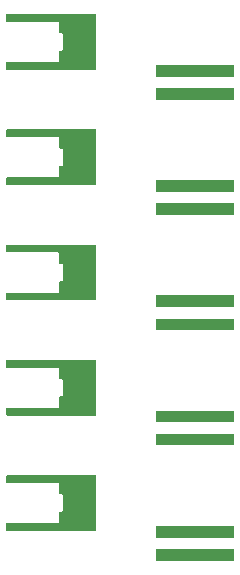
<source format=gbr>
G04 #@! TF.GenerationSoftware,KiCad,Pcbnew,(5.0.2)-1*
G04 #@! TF.CreationDate,2019-09-04T12:50:56-04:00*
G04 #@! TF.ProjectId,MMCX_2DD-100P_Even,4d4d4358-5f32-4444-942d-313030505f45,rev?*
G04 #@! TF.SameCoordinates,Original*
G04 #@! TF.FileFunction,Soldermask,Bot*
G04 #@! TF.FilePolarity,Negative*
%FSLAX46Y46*%
G04 Gerber Fmt 4.6, Leading zero omitted, Abs format (unit mm)*
G04 Created by KiCad (PCBNEW (5.0.2)-1) date 9/4/2019 12:50:56 PM*
%MOMM*%
%LPD*%
G01*
G04 APERTURE LIST*
%ADD10C,0.100000*%
G04 APERTURE END LIST*
D10*
G36*
X159478635Y-68529359D02*
X152899635Y-68529359D01*
X152899635Y-67543439D01*
X159478635Y-67543439D01*
X159478635Y-68529359D01*
X159478635Y-68529359D01*
G37*
G36*
X159478635Y-66577649D02*
X152899635Y-66577649D01*
X152899635Y-65591729D01*
X159478635Y-65591729D01*
X159478635Y-66577649D01*
X159478635Y-66577649D01*
G37*
G36*
X147750984Y-61294802D02*
X147760596Y-61297718D01*
X147769454Y-61302453D01*
X147777222Y-61308828D01*
X147783597Y-61316596D01*
X147788332Y-61325454D01*
X147791248Y-61335066D01*
X147792837Y-61351205D01*
X147792837Y-62864225D01*
X147791248Y-62880364D01*
X147789332Y-62886679D01*
X147784551Y-62910713D01*
X147784551Y-62935217D01*
X147789331Y-62959250D01*
X147791985Y-62965657D01*
X147791985Y-64324206D01*
X147786351Y-64342779D01*
X147783949Y-64367165D01*
X147786351Y-64391551D01*
X147789332Y-64403451D01*
X147791248Y-64409766D01*
X147792837Y-64425905D01*
X147792837Y-65938925D01*
X147791248Y-65955064D01*
X147788332Y-65964676D01*
X147783597Y-65973534D01*
X147777222Y-65981302D01*
X147769454Y-65987677D01*
X147760596Y-65992412D01*
X147750984Y-65995328D01*
X147734845Y-65996917D01*
X140247125Y-65996917D01*
X140230986Y-65995328D01*
X140221374Y-65992412D01*
X140212516Y-65987677D01*
X140204748Y-65981302D01*
X140198373Y-65973534D01*
X140193638Y-65964676D01*
X140190722Y-65955064D01*
X140189133Y-65938925D01*
X140189133Y-65401205D01*
X140190722Y-65385066D01*
X140193638Y-65375454D01*
X140198373Y-65366596D01*
X140204748Y-65358828D01*
X140212516Y-65352453D01*
X140221374Y-65347718D01*
X140230986Y-65344802D01*
X140247125Y-65343213D01*
X144564133Y-65343213D01*
X144588519Y-65340811D01*
X144611968Y-65333698D01*
X144633579Y-65322147D01*
X144652521Y-65306601D01*
X144668067Y-65287659D01*
X144679618Y-65266048D01*
X144686731Y-65242599D01*
X144689133Y-65218213D01*
X144689133Y-64425905D01*
X144690722Y-64409766D01*
X144693638Y-64400154D01*
X144698373Y-64391296D01*
X144704748Y-64383528D01*
X144712516Y-64377153D01*
X144721374Y-64372418D01*
X144730986Y-64369502D01*
X144747125Y-64367913D01*
X144869785Y-64367913D01*
X144894171Y-64365511D01*
X144917620Y-64358398D01*
X144939231Y-64346847D01*
X144958173Y-64331301D01*
X144973719Y-64312359D01*
X144985270Y-64290748D01*
X144992383Y-64267299D01*
X144994785Y-64242913D01*
X144994785Y-63047217D01*
X144992383Y-63022831D01*
X144985270Y-62999382D01*
X144973719Y-62977771D01*
X144958173Y-62958829D01*
X144939231Y-62943283D01*
X144917620Y-62931732D01*
X144894171Y-62924619D01*
X144869785Y-62922217D01*
X144747125Y-62922217D01*
X144730986Y-62920628D01*
X144721374Y-62917712D01*
X144712516Y-62912977D01*
X144704748Y-62906602D01*
X144698373Y-62898834D01*
X144693638Y-62889976D01*
X144690722Y-62880364D01*
X144689133Y-62864225D01*
X144689133Y-62071917D01*
X144686731Y-62047531D01*
X144679618Y-62024082D01*
X144668067Y-62002471D01*
X144652521Y-61983529D01*
X144633579Y-61967983D01*
X144611968Y-61956432D01*
X144588519Y-61949319D01*
X144564133Y-61946917D01*
X140247125Y-61946917D01*
X140230986Y-61945328D01*
X140221374Y-61942412D01*
X140212516Y-61937677D01*
X140204748Y-61931302D01*
X140198373Y-61923534D01*
X140193638Y-61914676D01*
X140190722Y-61905064D01*
X140189133Y-61888925D01*
X140189133Y-61351205D01*
X140190722Y-61335066D01*
X140193638Y-61325454D01*
X140198373Y-61316596D01*
X140204748Y-61308828D01*
X140212516Y-61302453D01*
X140221374Y-61297718D01*
X140230986Y-61294802D01*
X140247125Y-61293213D01*
X147734845Y-61293213D01*
X147750984Y-61294802D01*
X147750984Y-61294802D01*
G37*
G36*
X159478635Y-58770842D02*
X152899635Y-58770842D01*
X152899635Y-57784922D01*
X159478635Y-57784922D01*
X159478635Y-58770842D01*
X159478635Y-58770842D01*
G37*
G36*
X159478635Y-56819132D02*
X152899635Y-56819132D01*
X152899635Y-55833212D01*
X159478635Y-55833212D01*
X159478635Y-56819132D01*
X159478635Y-56819132D01*
G37*
G36*
X147750984Y-51536282D02*
X147760596Y-51539198D01*
X147769454Y-51543933D01*
X147777222Y-51550308D01*
X147783597Y-51558076D01*
X147788332Y-51566934D01*
X147791248Y-51576546D01*
X147792837Y-51592685D01*
X147792837Y-53105705D01*
X147791248Y-53121844D01*
X147789332Y-53128159D01*
X147784551Y-53152193D01*
X147784551Y-53176697D01*
X147789331Y-53200730D01*
X147791985Y-53207137D01*
X147791985Y-54565686D01*
X147786351Y-54584259D01*
X147783949Y-54608645D01*
X147786351Y-54633031D01*
X147789332Y-54644931D01*
X147791248Y-54651246D01*
X147792837Y-54667385D01*
X147792837Y-56180405D01*
X147791248Y-56196544D01*
X147788332Y-56206156D01*
X147783597Y-56215014D01*
X147777222Y-56222782D01*
X147769454Y-56229157D01*
X147760596Y-56233892D01*
X147750984Y-56236808D01*
X147734845Y-56238397D01*
X140247125Y-56238397D01*
X140230986Y-56236808D01*
X140221374Y-56233892D01*
X140212516Y-56229157D01*
X140204748Y-56222782D01*
X140198373Y-56215014D01*
X140193638Y-56206156D01*
X140190722Y-56196544D01*
X140189133Y-56180405D01*
X140189133Y-55642685D01*
X140190722Y-55626546D01*
X140193638Y-55616934D01*
X140198373Y-55608076D01*
X140204748Y-55600308D01*
X140212516Y-55593933D01*
X140221374Y-55589198D01*
X140230986Y-55586282D01*
X140247125Y-55584693D01*
X144564133Y-55584693D01*
X144588519Y-55582291D01*
X144611968Y-55575178D01*
X144633579Y-55563627D01*
X144652521Y-55548081D01*
X144668067Y-55529139D01*
X144679618Y-55507528D01*
X144686731Y-55484079D01*
X144689133Y-55459693D01*
X144689133Y-54667385D01*
X144690722Y-54651246D01*
X144693638Y-54641634D01*
X144698373Y-54632776D01*
X144704748Y-54625008D01*
X144712516Y-54618633D01*
X144721374Y-54613898D01*
X144730986Y-54610982D01*
X144747125Y-54609393D01*
X144869785Y-54609393D01*
X144894171Y-54606991D01*
X144917620Y-54599878D01*
X144939231Y-54588327D01*
X144958173Y-54572781D01*
X144973719Y-54553839D01*
X144985270Y-54532228D01*
X144992383Y-54508779D01*
X144994785Y-54484393D01*
X144994785Y-53288697D01*
X144992383Y-53264311D01*
X144985270Y-53240862D01*
X144973719Y-53219251D01*
X144958173Y-53200309D01*
X144939231Y-53184763D01*
X144917620Y-53173212D01*
X144894171Y-53166099D01*
X144869785Y-53163697D01*
X144747125Y-53163697D01*
X144730986Y-53162108D01*
X144721374Y-53159192D01*
X144712516Y-53154457D01*
X144704748Y-53148082D01*
X144698373Y-53140314D01*
X144693638Y-53131456D01*
X144690722Y-53121844D01*
X144689133Y-53105705D01*
X144689133Y-52313397D01*
X144686731Y-52289011D01*
X144679618Y-52265562D01*
X144668067Y-52243951D01*
X144652521Y-52225009D01*
X144633579Y-52209463D01*
X144611968Y-52197912D01*
X144588519Y-52190799D01*
X144564133Y-52188397D01*
X140247125Y-52188397D01*
X140230986Y-52186808D01*
X140221374Y-52183892D01*
X140212516Y-52179157D01*
X140204748Y-52172782D01*
X140198373Y-52165014D01*
X140193638Y-52156156D01*
X140190722Y-52146544D01*
X140189133Y-52130405D01*
X140189133Y-51592685D01*
X140190722Y-51576546D01*
X140193638Y-51566934D01*
X140198373Y-51558076D01*
X140204748Y-51550308D01*
X140212516Y-51543933D01*
X140221374Y-51539198D01*
X140230986Y-51536282D01*
X140247125Y-51534693D01*
X147734845Y-51534693D01*
X147750984Y-51536282D01*
X147750984Y-51536282D01*
G37*
G36*
X159478635Y-49012319D02*
X152899635Y-49012319D01*
X152899635Y-48026399D01*
X159478635Y-48026399D01*
X159478635Y-49012319D01*
X159478635Y-49012319D01*
G37*
G36*
X159478635Y-47060609D02*
X152899635Y-47060609D01*
X152899635Y-46074689D01*
X159478635Y-46074689D01*
X159478635Y-47060609D01*
X159478635Y-47060609D01*
G37*
G36*
X147750984Y-41777762D02*
X147760596Y-41780678D01*
X147769454Y-41785413D01*
X147777222Y-41791788D01*
X147783597Y-41799556D01*
X147788332Y-41808414D01*
X147791248Y-41818026D01*
X147792837Y-41834165D01*
X147792837Y-43347185D01*
X147791248Y-43363324D01*
X147789332Y-43369639D01*
X147784551Y-43393673D01*
X147784551Y-43418177D01*
X147789331Y-43442210D01*
X147791985Y-43448617D01*
X147791985Y-44807166D01*
X147786351Y-44825739D01*
X147783949Y-44850125D01*
X147786351Y-44874511D01*
X147789332Y-44886411D01*
X147791248Y-44892726D01*
X147792837Y-44908865D01*
X147792837Y-46421885D01*
X147791248Y-46438024D01*
X147788332Y-46447636D01*
X147783597Y-46456494D01*
X147777222Y-46464262D01*
X147769454Y-46470637D01*
X147760596Y-46475372D01*
X147750984Y-46478288D01*
X147734845Y-46479877D01*
X140247125Y-46479877D01*
X140230986Y-46478288D01*
X140221374Y-46475372D01*
X140212516Y-46470637D01*
X140204748Y-46464262D01*
X140198373Y-46456494D01*
X140193638Y-46447636D01*
X140190722Y-46438024D01*
X140189133Y-46421885D01*
X140189133Y-45884165D01*
X140190722Y-45868026D01*
X140193638Y-45858414D01*
X140198373Y-45849556D01*
X140204748Y-45841788D01*
X140212516Y-45835413D01*
X140221374Y-45830678D01*
X140230986Y-45827762D01*
X140247125Y-45826173D01*
X144564133Y-45826173D01*
X144588519Y-45823771D01*
X144611968Y-45816658D01*
X144633579Y-45805107D01*
X144652521Y-45789561D01*
X144668067Y-45770619D01*
X144679618Y-45749008D01*
X144686731Y-45725559D01*
X144689133Y-45701173D01*
X144689133Y-44908865D01*
X144690722Y-44892726D01*
X144693638Y-44883114D01*
X144698373Y-44874256D01*
X144704748Y-44866488D01*
X144712516Y-44860113D01*
X144721374Y-44855378D01*
X144730986Y-44852462D01*
X144747125Y-44850873D01*
X144869785Y-44850873D01*
X144894171Y-44848471D01*
X144917620Y-44841358D01*
X144939231Y-44829807D01*
X144958173Y-44814261D01*
X144973719Y-44795319D01*
X144985270Y-44773708D01*
X144992383Y-44750259D01*
X144994785Y-44725873D01*
X144994785Y-43530177D01*
X144992383Y-43505791D01*
X144985270Y-43482342D01*
X144973719Y-43460731D01*
X144958173Y-43441789D01*
X144939231Y-43426243D01*
X144917620Y-43414692D01*
X144894171Y-43407579D01*
X144869785Y-43405177D01*
X144747125Y-43405177D01*
X144730986Y-43403588D01*
X144721374Y-43400672D01*
X144712516Y-43395937D01*
X144704748Y-43389562D01*
X144698373Y-43381794D01*
X144693638Y-43372936D01*
X144690722Y-43363324D01*
X144689133Y-43347185D01*
X144689133Y-42554877D01*
X144686731Y-42530491D01*
X144679618Y-42507042D01*
X144668067Y-42485431D01*
X144652521Y-42466489D01*
X144633579Y-42450943D01*
X144611968Y-42439392D01*
X144588519Y-42432279D01*
X144564133Y-42429877D01*
X140247125Y-42429877D01*
X140230986Y-42428288D01*
X140221374Y-42425372D01*
X140212516Y-42420637D01*
X140204748Y-42414262D01*
X140198373Y-42406494D01*
X140193638Y-42397636D01*
X140190722Y-42388024D01*
X140189133Y-42371885D01*
X140189133Y-41834165D01*
X140190722Y-41818026D01*
X140193638Y-41808414D01*
X140198373Y-41799556D01*
X140204748Y-41791788D01*
X140212516Y-41785413D01*
X140221374Y-41780678D01*
X140230986Y-41777762D01*
X140247125Y-41776173D01*
X147734845Y-41776173D01*
X147750984Y-41777762D01*
X147750984Y-41777762D01*
G37*
G36*
X159478635Y-39253799D02*
X152899635Y-39253799D01*
X152899635Y-38267879D01*
X159478635Y-38267879D01*
X159478635Y-39253799D01*
X159478635Y-39253799D01*
G37*
G36*
X159478635Y-37302089D02*
X152899635Y-37302089D01*
X152899635Y-36316169D01*
X159478635Y-36316169D01*
X159478635Y-37302089D01*
X159478635Y-37302089D01*
G37*
G36*
X147750984Y-32019242D02*
X147760596Y-32022158D01*
X147769454Y-32026893D01*
X147777222Y-32033268D01*
X147783597Y-32041036D01*
X147788332Y-32049894D01*
X147791248Y-32059506D01*
X147792837Y-32075645D01*
X147792837Y-33588665D01*
X147791248Y-33604804D01*
X147789332Y-33611119D01*
X147784551Y-33635153D01*
X147784551Y-33659657D01*
X147789331Y-33683690D01*
X147791985Y-33690097D01*
X147791985Y-35048646D01*
X147786351Y-35067219D01*
X147783949Y-35091605D01*
X147786351Y-35115991D01*
X147789332Y-35127891D01*
X147791248Y-35134206D01*
X147792837Y-35150345D01*
X147792837Y-36663365D01*
X147791248Y-36679504D01*
X147788332Y-36689116D01*
X147783597Y-36697974D01*
X147777222Y-36705742D01*
X147769454Y-36712117D01*
X147760596Y-36716852D01*
X147750984Y-36719768D01*
X147734845Y-36721357D01*
X140247125Y-36721357D01*
X140230986Y-36719768D01*
X140221374Y-36716852D01*
X140212516Y-36712117D01*
X140204748Y-36705742D01*
X140198373Y-36697974D01*
X140193638Y-36689116D01*
X140190722Y-36679504D01*
X140189133Y-36663365D01*
X140189133Y-36125645D01*
X140190722Y-36109506D01*
X140193638Y-36099894D01*
X140198373Y-36091036D01*
X140204748Y-36083268D01*
X140212516Y-36076893D01*
X140221374Y-36072158D01*
X140230986Y-36069242D01*
X140247125Y-36067653D01*
X144564133Y-36067653D01*
X144588519Y-36065251D01*
X144611968Y-36058138D01*
X144633579Y-36046587D01*
X144652521Y-36031041D01*
X144668067Y-36012099D01*
X144679618Y-35990488D01*
X144686731Y-35967039D01*
X144689133Y-35942653D01*
X144689133Y-35150345D01*
X144690722Y-35134206D01*
X144693638Y-35124594D01*
X144698373Y-35115736D01*
X144704748Y-35107968D01*
X144712516Y-35101593D01*
X144721374Y-35096858D01*
X144730986Y-35093942D01*
X144747125Y-35092353D01*
X144869785Y-35092353D01*
X144894171Y-35089951D01*
X144917620Y-35082838D01*
X144939231Y-35071287D01*
X144958173Y-35055741D01*
X144973719Y-35036799D01*
X144985270Y-35015188D01*
X144992383Y-34991739D01*
X144994785Y-34967353D01*
X144994785Y-33771657D01*
X144992383Y-33747271D01*
X144985270Y-33723822D01*
X144973719Y-33702211D01*
X144958173Y-33683269D01*
X144939231Y-33667723D01*
X144917620Y-33656172D01*
X144894171Y-33649059D01*
X144869785Y-33646657D01*
X144747125Y-33646657D01*
X144730986Y-33645068D01*
X144721374Y-33642152D01*
X144712516Y-33637417D01*
X144704748Y-33631042D01*
X144698373Y-33623274D01*
X144693638Y-33614416D01*
X144690722Y-33604804D01*
X144689133Y-33588665D01*
X144689133Y-32796357D01*
X144686731Y-32771971D01*
X144679618Y-32748522D01*
X144668067Y-32726911D01*
X144652521Y-32707969D01*
X144633579Y-32692423D01*
X144611968Y-32680872D01*
X144588519Y-32673759D01*
X144564133Y-32671357D01*
X140247125Y-32671357D01*
X140230986Y-32669768D01*
X140221374Y-32666852D01*
X140212516Y-32662117D01*
X140204748Y-32655742D01*
X140198373Y-32647974D01*
X140193638Y-32639116D01*
X140190722Y-32629504D01*
X140189133Y-32613365D01*
X140189133Y-32075645D01*
X140190722Y-32059506D01*
X140193638Y-32049894D01*
X140198373Y-32041036D01*
X140204748Y-32033268D01*
X140212516Y-32026893D01*
X140221374Y-32022158D01*
X140230986Y-32019242D01*
X140247125Y-32017653D01*
X147734845Y-32017653D01*
X147750984Y-32019242D01*
X147750984Y-32019242D01*
G37*
G36*
X159478635Y-29495279D02*
X152899635Y-29495279D01*
X152899635Y-28509359D01*
X159478635Y-28509359D01*
X159478635Y-29495279D01*
X159478635Y-29495279D01*
G37*
G36*
X159478635Y-27543569D02*
X152899635Y-27543569D01*
X152899635Y-26557649D01*
X159478635Y-26557649D01*
X159478635Y-27543569D01*
X159478635Y-27543569D01*
G37*
G36*
X147750984Y-22260722D02*
X147760596Y-22263638D01*
X147769454Y-22268373D01*
X147777222Y-22274748D01*
X147783597Y-22282516D01*
X147788332Y-22291374D01*
X147791248Y-22300986D01*
X147792837Y-22317125D01*
X147792837Y-23830145D01*
X147791248Y-23846284D01*
X147789332Y-23852599D01*
X147784551Y-23876633D01*
X147784551Y-23901137D01*
X147789331Y-23925170D01*
X147791985Y-23931577D01*
X147791985Y-25290126D01*
X147786351Y-25308699D01*
X147783949Y-25333085D01*
X147786351Y-25357471D01*
X147789332Y-25369371D01*
X147791248Y-25375686D01*
X147792837Y-25391825D01*
X147792837Y-26904845D01*
X147791248Y-26920984D01*
X147788332Y-26930596D01*
X147783597Y-26939454D01*
X147777222Y-26947222D01*
X147769454Y-26953597D01*
X147760596Y-26958332D01*
X147750984Y-26961248D01*
X147734845Y-26962837D01*
X140247125Y-26962837D01*
X140230986Y-26961248D01*
X140221374Y-26958332D01*
X140212516Y-26953597D01*
X140204748Y-26947222D01*
X140198373Y-26939454D01*
X140193638Y-26930596D01*
X140190722Y-26920984D01*
X140189133Y-26904845D01*
X140189133Y-26367125D01*
X140190722Y-26350986D01*
X140193638Y-26341374D01*
X140198373Y-26332516D01*
X140204748Y-26324748D01*
X140212516Y-26318373D01*
X140221374Y-26313638D01*
X140230986Y-26310722D01*
X140247125Y-26309133D01*
X144564133Y-26309133D01*
X144588519Y-26306731D01*
X144611968Y-26299618D01*
X144633579Y-26288067D01*
X144652521Y-26272521D01*
X144668067Y-26253579D01*
X144679618Y-26231968D01*
X144686731Y-26208519D01*
X144689133Y-26184133D01*
X144689133Y-25391825D01*
X144690722Y-25375686D01*
X144693638Y-25366074D01*
X144698373Y-25357216D01*
X144704748Y-25349448D01*
X144712516Y-25343073D01*
X144721374Y-25338338D01*
X144730986Y-25335422D01*
X144747125Y-25333833D01*
X144869785Y-25333833D01*
X144894171Y-25331431D01*
X144917620Y-25324318D01*
X144939231Y-25312767D01*
X144958173Y-25297221D01*
X144973719Y-25278279D01*
X144985270Y-25256668D01*
X144992383Y-25233219D01*
X144994785Y-25208833D01*
X144994785Y-24013137D01*
X144992383Y-23988751D01*
X144985270Y-23965302D01*
X144973719Y-23943691D01*
X144958173Y-23924749D01*
X144939231Y-23909203D01*
X144917620Y-23897652D01*
X144894171Y-23890539D01*
X144869785Y-23888137D01*
X144747125Y-23888137D01*
X144730986Y-23886548D01*
X144721374Y-23883632D01*
X144712516Y-23878897D01*
X144704748Y-23872522D01*
X144698373Y-23864754D01*
X144693638Y-23855896D01*
X144690722Y-23846284D01*
X144689133Y-23830145D01*
X144689133Y-23037837D01*
X144686731Y-23013451D01*
X144679618Y-22990002D01*
X144668067Y-22968391D01*
X144652521Y-22949449D01*
X144633579Y-22933903D01*
X144611968Y-22922352D01*
X144588519Y-22915239D01*
X144564133Y-22912837D01*
X140247125Y-22912837D01*
X140230986Y-22911248D01*
X140221374Y-22908332D01*
X140212516Y-22903597D01*
X140204748Y-22897222D01*
X140198373Y-22889454D01*
X140193638Y-22880596D01*
X140190722Y-22870984D01*
X140189133Y-22854845D01*
X140189133Y-22317125D01*
X140190722Y-22300986D01*
X140193638Y-22291374D01*
X140198373Y-22282516D01*
X140204748Y-22274748D01*
X140212516Y-22268373D01*
X140221374Y-22263638D01*
X140230986Y-22260722D01*
X140247125Y-22259133D01*
X147734845Y-22259133D01*
X147750984Y-22260722D01*
X147750984Y-22260722D01*
G37*
M02*

</source>
